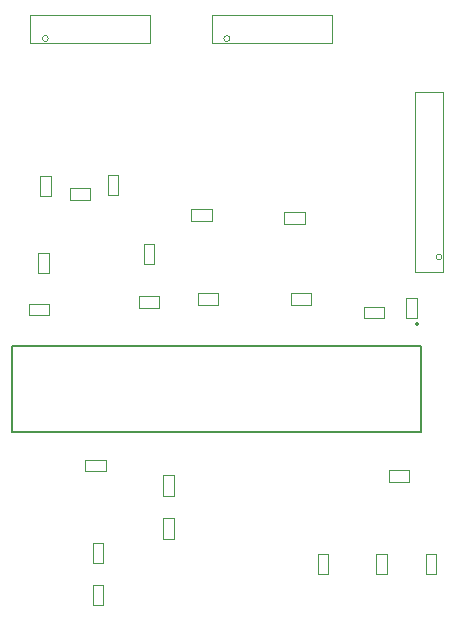
<source format=gbr>
G04*
G04 #@! TF.GenerationSoftware,Altium Limited,Altium Designer,25.3.3 (18)*
G04*
G04 Layer_Color=16711935*
%FSLAX25Y25*%
%MOIN*%
G70*
G04*
G04 #@! TF.SameCoordinates,2E22F27B-A00B-49EA-A22F-E70647FCC6C8*
G04*
G04*
G04 #@! TF.FilePolarity,Positive*
G04*
G01*
G75*
%ADD10C,0.00787*%
%ADD14C,0.00500*%
%ADD43C,0.00000*%
%ADD48C,0.00394*%
%ADD49C,0.00100*%
D10*
X329323Y211653D02*
G03*
X329323Y211653I-394J0D01*
G01*
D14*
X330268Y175748D02*
Y204252D01*
X193732Y175748D02*
X330268D01*
X193732D02*
Y204252D01*
X330268D01*
D43*
X337200Y234000D02*
G03*
X337200Y234000I-1000J0D01*
G01*
X266500Y306800D02*
G03*
X266500Y306800I-1000J0D01*
G01*
X206000D02*
G03*
X206000Y306800I-1000J0D01*
G01*
D48*
X311055Y213630D02*
X317945D01*
X311055Y217370D02*
X317945D01*
Y213630D02*
Y217370D01*
X311055Y213630D02*
Y217370D01*
X325228Y213653D02*
X328772D01*
X325228Y220346D02*
X328772D01*
X325228Y213653D02*
Y220346D01*
X328772Y213653D02*
Y220346D01*
X203228Y254153D02*
X206772D01*
X203228Y260846D02*
X206772D01*
X203228Y254153D02*
Y260846D01*
X206772Y254153D02*
Y260846D01*
X219945Y253130D02*
Y256870D01*
X213055Y253130D02*
Y256870D01*
Y253130D02*
X219945D01*
X213055Y256870D02*
X219945D01*
X225728Y254654D02*
X229272D01*
X225728Y261347D02*
X229272D01*
X225728Y254654D02*
Y261347D01*
X229272Y254654D02*
Y261347D01*
X199456Y214622D02*
Y218362D01*
X206346Y214622D02*
Y218362D01*
X199456D02*
X206346D01*
X199456Y214622D02*
X206346D01*
X218213Y162630D02*
Y166370D01*
X225102Y162630D02*
Y166370D01*
X218213D02*
X225102D01*
X218213Y162630D02*
X225102D01*
X224272Y132106D02*
Y138799D01*
X220728Y132106D02*
Y138799D01*
X224272D01*
X220728Y132106D02*
X224272D01*
X331728Y134894D02*
X335272D01*
X331728Y128201D02*
X335272D01*
Y134894D01*
X331728Y128201D02*
Y134894D01*
X262602Y218130D02*
Y221870D01*
X255713Y218130D02*
Y221870D01*
Y218130D02*
X262602D01*
X255713Y221870D02*
X262602D01*
X253555Y246130D02*
Y249870D01*
X260445Y246130D02*
Y249870D01*
X253555D02*
X260445D01*
X253555Y246130D02*
X260445D01*
X293602Y218130D02*
Y221870D01*
X286713Y218130D02*
Y221870D01*
Y218130D02*
X293602D01*
X286713Y221870D02*
X293602D01*
X284555Y245130D02*
Y248870D01*
X291445Y245130D02*
Y248870D01*
X284555D02*
X291445D01*
X284555Y245130D02*
X291445D01*
X242945Y217130D02*
Y220870D01*
X236055Y217130D02*
Y220870D01*
Y217130D02*
X242945D01*
X236055Y220870D02*
X242945D01*
X319398Y159130D02*
Y162870D01*
X326287Y159130D02*
Y162870D01*
X319398D02*
X326287D01*
X319398Y159130D02*
X326287D01*
X237728Y238299D02*
X241272D01*
X237728Y231606D02*
X241272D01*
Y238299D01*
X237728Y231606D02*
Y238299D01*
X202630Y228555D02*
X206370D01*
X202630Y235445D02*
X206370D01*
X202630Y228555D02*
Y235445D01*
X206370Y228555D02*
Y235445D01*
X244130Y154398D02*
X247870D01*
X244130Y161287D02*
X247870D01*
X244130Y154398D02*
Y161287D01*
X247870Y154398D02*
Y161287D01*
X244130Y140055D02*
X247870D01*
X244130Y146945D02*
X247870D01*
X244130Y140055D02*
Y146945D01*
X247870Y140055D02*
Y146945D01*
X220728Y118106D02*
X224272D01*
X220728Y124799D02*
X224272D01*
X220728Y118106D02*
Y124799D01*
X224272Y118106D02*
Y124799D01*
X315228Y128154D02*
X318772D01*
X315228Y134846D02*
X318772D01*
X315228Y128154D02*
Y134846D01*
X318772Y128154D02*
Y134846D01*
X295728Y128201D02*
X299272D01*
X295728Y134894D02*
X299272D01*
X295728Y128201D02*
Y134894D01*
X299272Y128201D02*
Y134894D01*
D49*
X328300Y289000D02*
X337700D01*
Y229000D02*
Y289000D01*
X328300Y229000D02*
Y289000D01*
Y229000D02*
X337700D01*
X300500Y305300D02*
Y314700D01*
X260500Y305300D02*
X300500D01*
X260500Y314700D02*
X300500D01*
X260500Y305300D02*
Y314700D01*
X240000Y305300D02*
Y314700D01*
X200000Y305300D02*
X240000D01*
X200000Y314700D02*
X240000D01*
X200000Y305300D02*
Y314700D01*
M02*

</source>
